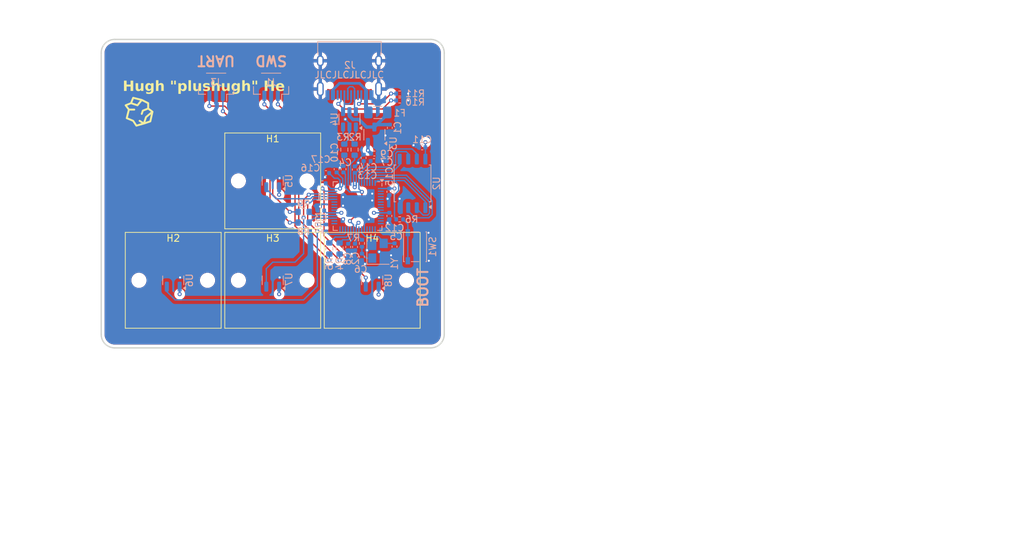
<source format=kicad_pcb>
(kicad_pcb (version 20240108) (generator "pcbnew") (generator_version "8.0")
  (layers (0 "F.Cu" signal) (1 "In1.Cu" power) (2 "In2.Cu" power) (31 "B.Cu" signal) (34 "B.Paste" user) (35 "F.Paste" user) (36 "B.SilkS" user "B.Silkscreen") (37 "F.SilkS" user "F.Silkscreen") (38 "B.Mask" user) (39 "F.Mask" user) (44 "Edge.Cuts" user))
  (net 0 "")
  (net 1 "GND")
  (net 2 "+5V")
  (net 3 "+3V3")
  (net 4 "+1V1")
  (net 5 "XTAL_IN")
  (net 6 "/XTAL_O")
  (net 7 "VBUS")
  (net 8 "Net-(J1-Pin_3)")
  (net 9 "Net-(J1-Pin_1)")
  (net 11 "D_USB_N")
  (net 12 "/CC2")
  (net 13 "D_USB_P")
  (net 14 "/CC1")
  (net 16 "Net-(J3-Pin_1)")
  (net 17 "Net-(J3-Pin_3)")
  (net 18 "~{RESET}")
  (net 19 "D_P")
  (net 20 "USBD_P")
  (net 21 "USBD_N")
  (net 22 "D_N")
  (net 23 "SWCLK")
  (net 24 "SWD")
  (net 25 "/~{USB_BOOT}")
  (net 26 "CS")
  (net 27 "XTAL_OUT")
  (net 28 "UART0_TX")
  (net 29 "UART0_RX")
  (net 31 "ADC1")
  (net 33 "SD3")
  (net 34 "ADC3")
  (net 43 "SD1")
  (net 44 "SD2")
  (net 48 "ADC2")
  (net 51 "SD0")
  (net 55 "QSPI_CLK")
  (net 57 "ADC0")
  (footprint "PCM_Switch_Keyboard_Cherry_MX:SW_Cherry_MX_PCB" (layer "F.Cu") (at 48.2595 38.754749)
    (property "Reference" "H1")
    (property "Value" "KeyMount")
  )
  (footprint "PCM_Switch_Keyboard_Cherry_MX:SW_Cherry_MX_PCB" (layer "F.Cu") (at 48.2595 53.486749)
    (property "Reference" "H3")
    (property "Value" "KeyMount")
  )
  (footprint "PCM_Switch_Keyboard_Cherry_MX:SW_Cherry_MX_PCB" (layer "F.Cu") (at 62.9915 53.486749)
    (property "Reference" "H4")
    (property "Value" "KeyMount")
  )
  (footprint "PCM_Switch_Keyboard_Cherry_MX:SW_Cherry_MX_PCB" (layer "F.Cu") (at 33.5275 53.486749)
    (property "Reference" "H2")
    (property "Value" "KeyMount")
  )
  (footprint "Capacitor_SMD:C_0402_1005Metric" (layer "B.Cu") (at 58.7405 37.012749 90)
    (property "Reference" "C4")
    (property "Value" "1uF")
  )
  (footprint "Connector_JST:JST_SH_BM03B-SRSS-TB_1x03-1MP_P1.00mm_Vertical" (layer "B.Cu") (at 39.8795 24.793249 180)
    (property "Reference" "J3")
    (property "Value" "3-pin UART")
  )
  (footprint "Capacitor_SMD:C_0402_1005Metric" (layer "B.Cu") (at 65.5985 30.888749 90)
    (property "Reference" "C1")
    (property "Value" "1uF")
  )
  (footprint "Resistor_SMD:R_0603_1608Metric" (layer "B.Cu") (at 56.642 48.768 -90)
    (property "Reference" "R5")
    (property "Value" "100")
  )
  (footprint "Resistor_SMD:R_0402_1005Metric" (layer "B.Cu") (at 67.056 26.824749)
    (property "Reference" "R10")
    (property "Value" "5k1")
  )
  (footprint "Resistor_SMD:R_0402_1005Metric" (layer "B.Cu") (at 67.054 25.808749)
    (property "Reference" "R11")
    (property "Value" "5k1")
  )
  (footprint "Capacitor_SMD:C_0402_1005Metric" (layer "B.Cu") (at 55.3995 43.151249)
    (property "Reference" "C3")
    (property "Value" "1uF")
  )
  (footprint "Package_TO_SOT_SMD:SOT-23" (layer "B.Cu") (at 62.9915 53.486749 90)
    (property "Reference" "U8")
    (property "Value" "GH39FKSW")
  )
  (footprint "Package_SO:SOIC-8_5.23x5.23mm_P1.27mm" (layer "B.Cu") (at 68.961 39.116 90)
    (property "Reference" "U2")
    (property "Value" "W25Q128JVS")
  )
  (footprint "Package_TO_SOT_SMD:SOT-23-3" (layer "B.Cu") (at 63.3125 31.904749 90)
    (property "Reference" "U3")
    (property "Value" "XC6206PxxxMR")
  )
  (footprint "Resistor_SMD:R_0603_1608Metric" (layer "B.Cu") (at 58.166 48.768 -90)
    (property "Reference" "R4")
    (property "Value" "100")
  )
  (footprint "Resistor_SMD:R_0402_1005Metric" (layer "B.Cu") (at 67.056 44.45 180)
    (property "Reference" "R6")
    (property "Value" "1k")
  )
  (footprint "Resistor_SMD:R_0603_1608Metric" (layer "B.Cu") (at 52.8315 44.929249 180)
    (property "Reference" "R8")
    (property "Value" "100")
  )
  (footprint "Capacitor_SMD:C_0402_1005Metric" (layer "B.Cu") (at 56.134 37.592 180)
    (property "Reference" "C17")
    (property "Value" "100nF")
  )
  (footprint "Capacitor_SMD:C_0402_1005Metric" (layer "B.Cu") (at 59.436 48.542 -90)
    (property "Reference" "C8")
    (property "Value" "100nF")
  )
  (footprint "Connector_JST:JST_SH_BM03B-SRSS-TB_1x03-1MP_P1.00mm_Vertical" (layer "B.Cu") (at 48.0215 24.793249 180)
    (property "Reference" "J1")
    (property "Value" "3-pin SWD")
  )
  (footprint "Resistor_SMD:R_0402_1005Metric" (layer "B.Cu") (at 61.468 48.006 90)
    (property "Reference" "R7")
    (property "Value" "1k")
  )
  (footprint "Capacitor_SMD:C_0402_1005Metric" (layer "B.Cu") (at 65.532 40.358 -90)
    (property "Reference" "C15")
    (property "Value" "100nF")
  )
  (footprint "Capacitor_SMD:C_0402_1005Metric" (layer "B.Cu") (at 57.7245 37.012749 90)
    (property "Reference" "C10")
    (property "Value" "1uF")
  )
  (footprint "Package_DFN_QFN:QFN-56-1EP_7x7mm_P0.4mm_EP3.2x3.2mm" (layer "B.Cu") (at 60.824 42.481249 180)
    (property "Reference" "U1")
    (property "Value" "RP2040")
  )
  (footprint "Resistor_SMD:R_0603_1608Metric" (layer "B.Cu") (at 60.386 34.118749 -90)
    (property "Reference" "R2")
    (property "Value" "27R")
  )
  (footprint "Resistor_SMD:R_0603_1608Metric" (layer "B.Cu") (at 52.8315 43.342249)
    (property "Reference" "R9")
    (property "Value" "100")
  )
  (footprint "Capacitor_SMD:C_0402_1005Metric" (layer "B.Cu") (at 55.626 39.116 180)
    (property "Reference" "C16")
    (property "Value" "100nF")
  )
  (footprint "Package_TO_SOT_SMD:SOT-23" (layer "B.Cu") (at 33.5275 53.486749 90)
    (property "Reference" "U6")
    (property "Value" "GH39FKSW")
  )
  (footprint "Crystal:Crystal_SMD_3225-4Pin_3.2x2.5mm" (layer "B.Cu") (at 63.842 49.106 90)
    (property "Reference" "Y1")
    (property "Value" "12MHz")
  )
  (footprint "Capacitor_SMD:C_0402_1005Metric" (layer "B.Cu") (at 63.246 35.814)
    (property "Reference" "C7")
    (property "Value" "100nF")
  )
  (footprint "Fuse:Fuse_1206_3216Metric" (layer "B.Cu") (at 63.8205 28.602749)
    (property "Reference" "F1")
    (property "Value" "500mA")
  )
  (footprint "Resistor_SMD:R_0603_1608Metric" (layer "B.Cu") (at 58.862 34.118749 -90)
    (property "Reference" "R3")
    (property "Value" "27R")
  )
  (footprint "Capacitor_SMD:C_0402_1005Metric" (layer "B.Cu") (at 63.3125 34.698749)
    (property "Reference" "C9")
    (property "Value" "10uF")
  )
  (footprint "Capacitor_SMD:C_0402_1005Metric" (layer "B.Cu") (at 61.468 50.01 90)
    (property "Reference" "C6")
    (property "Value" "22pF")
  )
  (footprint "Resistor_SMD:R_0402_1005Metric" (layer "B.Cu") (at 56.134 45.72 -90)
    (property "Reference" "R1")
    (property "Value" "1k")
  )
  (footprint "Button_Switch_SMD:SW_SPST_PTS810" (layer "B.Cu") (at 69.342 48.514 90)
    (property "Reference" "SW1")
    (property "Value" "SW_Push")
  )
  (footprint "Capacitor_SMD:C_0402_1005Metric" (layer "B.Cu") (at 66.294 48.486 90)
    (property "Reference" "C5")
    (property "Value" "22pF")
  )
  (footprint "Capacitor_SMD:C_0402_1005Metric" (layer "B.Cu") (at 60.411288 37.075371 90)
    (property "Reference" "C13")
    (property "Value" "100nF")
  )
  (footprint "Capacitor_SMD:C_0402_1005Metric" (layer "B.Cu") (at 70.386 33.782 180)
    (property "Reference" "C11")
    (property "Value" "100nF")
  )
  (footprint "Package_TO_SOT_SMD:SOT-23" (layer "B.Cu") (at 48.2595 53.486749 90)
    (property "Reference" "U7")
    (property "Value" "GH39FKSW")
  )
  (footprint "Capacitor_SMD:C_0402_1005Metric" (layer "B.Cu") (at 65.532 43.942 -90)
    (property "Reference" "C12")
    (property "Value" "100nF")
  )
  (footprint "Package_TO_SOT_SMD:SOT-23-6" (layer "B.Cu") (at 59.624 29.618749 90)
    (property "Reference" "U4")
    (property "Value" "USBLC6-2SC6")
  )
  (footprint "Capacitor_SMD:C_0402_1005Metric" (layer "B.Cu") (at 61.722 35.334 90)
    (property "Reference" "C14")
    (property "Value" "100nF")
  )
  (footprint "Capacitor_SMD:C_0402_1005Metric" (layer "B.Cu") (at 60.452 48.542 -90)
    (property "Reference" "C2")
    (property "Value" "100nF")
  )
  (footprint "Package_TO_SOT_SMD:SOT-23" (layer "B.Cu") (at 48.2595 38.754749 90)
    (property "Reference" "U5")
    (property "Value" "GH39FKSW")
  )
  (footprint "Connector_USB:USB_C_Receptacle_HRO_TYPE-C-31-M-12" (layer "B.Cu") (at 59.624 21.998749)
    (property "Reference" "J2")
    (property "Value" "USB_C_Receptacle_USB2.0")
  )
  (gr_poly (pts (xy 27.603164 26.292326) (xy 27.609653 26.292873) (xy 27.616156 26.293723) (xy 27.622663 26.294879) (xy 27.629166 26.296347) (xy 28.899166 26.613847) (xy 28.902943 26.614846) (xy 28.90669 26.615948) (xy 28.910404 26.617151) (xy 28.914083 26.618456) (xy 28.917726 26.61986) (xy 28.921329 26.621363) (xy 28.924891 26.622965) (xy 28.928411 26.624664) (xy 29.880898 27.100914) (xy 29.889764 27.105743) (xy 29.898193 27.111135) (xy 29.906167 27.117058) (xy 29.913667 27.123482) (xy 29.920674 27.130378) (xy 29.92717 27.137716) (xy 29.933135 27.145464) (xy 29.938552 27.153593) (xy 29.943401 27.162072) (xy 29.947664 27.170872) (xy 29.951323 27.179962) (xy 29.954358 27.189311) (xy 29.956751 27.198891) (xy 29.958483 27.20867) (xy 29.959537 27.218618) (xy 29.959892 27.228705) (xy 29.959892 27.951017) (xy 30.537742 28.384405) (xy 30.545878 28.390984) (xy 30.55344 28.398069) (xy 30.560416 28.405623) (xy 30.566791 28.413609) (xy 30.572552 28.42199) (xy 30.577685 28.43073) (xy 30.582177 28.43979) (xy 30.586014 28.449135) (xy 30.589182 28.458728) (xy 30.591668 28.468531) (xy 30.593458 28.478507) (xy 30.594539 28.48862) (xy 30.594897 28.498833) (xy 30.594517 28.509108) (xy 30.593388 28.519409) (xy 30.591494 28.529699) (xy 30.273995 29.958446) (xy 30.271664 29.967519) (xy 30.268769 29.976353) (xy 30.265329 29.984926) (xy 30.261364 29.993217) (xy 30.256891 30.001206) (xy 30.25193 30.00887) (xy 30.2465 30.016189) (xy 30.240621 30.02314) (xy 30.234312 30.029704) (xy 30.227591 30.035858) (xy 30.220478 30.041582) (xy 30.212991 30.046854) (xy 30.205151 30.051653) (xy 30.196976 30.055957) (xy 30.188485 30.059746) (xy 30.179697 30.062998) (xy 29.227194 30.380498) (xy 29.22572 30.380987) (xy 29.22424 30.381455) (xy 29.222755 30.381905) (xy 29.221266 30.38234) (xy 28.110016 30.69984) (xy 28.104404 30.70132) (xy 28.098773 30.702565) (xy 28.093131 30.703576) (xy 28.087482 30.704357) (xy 28.081834 30.70491) (xy 28.076191 30.705236) (xy 28.070562 30.705338) (xy 28.06495 30.705218) (xy 28.059364 30.704879) (xy 28.053809 30.704323) (xy 28.04829 30.703551) (xy 28.042815 30.702567) (xy 28.03739 30.701373) (xy 28.03202 30.69997) (xy 28.026711 30.698362) (xy 28.021471 30.69655) (xy 28.016305 30.694536) (xy 28.011219 30.692324) (xy 28.006219 30.689914) (xy 28.001312 30.68731) (xy 27.996503 30.684514) (xy 27.9918 30.681527) (xy 27.987207 30.678353) (xy 27.982732 30.674993) (xy 27.978379 30.67145) (xy 27.974157 30.667726) (xy 27.97007 30.663823) (xy 27.966125 30.659744) (xy 27.962327 30.65549) (xy 27.958684 30.651064) (xy 27.955202 30.646469) (xy 27.951885 30.641706) (xy 27.499632 29.963335) (xy 26.587061 29.583097) (xy 26.581033 29.580423) (xy 26.575183 29.577501) (xy 26.569515 29.574341) (xy 26.564034 29.57095) (xy 26.558744 29.567337) (xy 26.553648 29.563511) (xy 26.548752 29.559479) (xy 26.544059 29.555251) (xy 26.5353 29.546237) (xy 26.527405 29.536536) (xy 26.520408 29.526217) (xy 26.514343 29.515345) (xy 26.509243 29.503988) (xy 26.505142 29.492213) (xy 26.502073 29.480088) (xy 26.500072 29.467679) (xy 26.499482 29.461389) (xy 26.499171 29.455054) (xy 26.499143 29.448681) (xy 26.499403 29.44228) (xy 26.499956 29.435858) (xy 26.500804 29.429423) (xy 26.501953 29.422986) (xy 26.503406 29.416553) (xy 26.804412 28.212526) (xy 26.368964 27.63193) (xy 26.364176 27.625144) (xy 26.359815 27.618135) (xy 26.355885 27.610923) (xy 26.355272 27.609625) (xy 26.709422 27.609625) (xy 27.030951 28.03833) (xy 27.753264 28.03833) (xy 27.760616 28.038516) (xy 27.767872 28.039067) (xy 27.775022 28.039976) (xy 27.782058 28.041232) (xy 27.788971 28.042828) (xy 27.795751 28.044753) (xy 27.802389 28.046999) (xy 27.808877 28.049558) (xy 27.815206 28.052419) (xy 27.821367 28.055574) (xy 27.82735 28.059014) (xy 27.833147 28.06273) (xy 27.838748 28.066714) (xy 27.844146 28.070955) (xy 27.84933 28.075446) (xy 27.854292 28.080177) (xy 27.859023 28.085139) (xy 27.863513 28.090323) (xy 27.867755 28.09572) (xy 27.871738 28.101322) (xy 27.875454 28.107119) (xy 27.878895 28.113102) (xy 27.88205 28.119262) (xy 27.884911 28.125591) (xy 27.887469 28.132079) (xy 27.889715 28.138718) (xy 27.891641 28.145498) (xy 27.893236 28.15241) (xy 27.894492 28.159446) (xy 27.895401 28.166596) (xy 27.895953 28.173852) (xy 27.896139 28.181205) (xy 27.895953 28.188557) (xy 27.895401 28.195813) (xy 27.894492 28.202963) (xy 27.893236 28.209999) (xy 27.891641 28.216912) (xy 27.889715 28.223692) (xy 27.887469 28.23033) (xy 27.884911 28.236818) (xy 27.88205 28.243147) (xy 27.878895 28.249308) (xy 27.875454 28.255291) (xy 27.871738 28.261088) (xy 27.867755 28.266689) (xy 27.863513 28.272087) (xy 27.859023 28.277271) (xy 27.854292 28.282233) (xy 27.84933 28.286964) (xy 27.844146 28.291454) (xy 27.838748 28.295696) (xy 27.833147 28.299679) (xy 27.82735 28.303395) (xy 27.821367 28.306835) (xy 27.815206 28.309991) (xy 27.808877 28.312852) (xy 27.802389 28.31541) (xy 27.795751 28.317656) (xy 27.788971 28.319582) (xy 27.782058 28.321177) (xy 27.775022 28.322433) (xy 27.767872 28.323342) (xy 27.760616 28.323894) (xy 27.753264 28.32408) (xy 27.071067 28.32408) (xy 26.810438 29.3666) (xy 27.649467 29.716194) (xy 27.654304 29.718316) (xy 27.659048 29.720611) (xy 27.663694 29.723073) (xy 27.66824 29.7257) (xy 27.67268 29.728489) (xy 27.67701 29.731435) (xy 27.681227 29.734536) (xy 27.685326 29.737787) (xy 27.689304 29.741187) (xy 27.693155 29.744731) (xy 27.696877 29.748416) (xy 27.700465 29.752238) (xy 27.703914 29.756194) (xy 27.707221 29.760282) (xy 27.710382 29.764496) (xy 27.713392 29.768835) (xy 28.131794 30.396437) (xy 28.833849 30.19584) (xy 28.47129 29.969241) (xy 28.465154 29.965187) (xy 28.459293 29.960874) (xy 28.453711 29.956314) (xy 28.448411 29.95152) (xy 28.443395 29.946503) (xy 28.438666 29.941277) (xy 28.434227 29.935853) (xy 28.430081 29.930245) (xy 28.42623 29.924464) (xy 28.422678 29.918523) (xy 28.419428 29.912434) (xy 28.416482 29.90621) (xy 28.413843 29.899862) (xy 28.411514 29.893404) (xy 28.409498 29.886848) (xy 28.407797 29.880206) (xy 28.406416 29.87349) (xy 28.405355 29.866714) (xy 28.404619 29.859888) (xy 28.40421 29.853027) (xy 28.404131 29.846141) (xy 28.404384 29.839244) (xy 28.404974 29.832347) (xy 28.405902 29.825464) (xy 28.407171 29.818606) (xy 28.408785 29.811787) (xy 28.410746 29.805017) (xy 28.413056 29.798311) (xy 28.41572 29.791679) (xy 28.418739 29.785135) (xy 28.422117 29.778691) (xy 28.425856 29.772359) (xy 28.42991 29.766222) (xy 28.434224 29.76036) (xy 28.438784 29.754777) (xy 28.443578 29.749476) (xy 28.448595 29.744459) (xy 28.453821 29.73973) (xy 28.459244 29.73529) (xy 28.464852 29.731144) (xy 28.470633 29.727294) (xy 28.476573 29.723742) (xy 28.482662 29.720492) (xy 28.488886 29.717546) (xy 28.495232 29.714907) (xy 28.50169 29.712579) (xy 28.508246 29.710563) (xy 28.514887 29.708863) (xy 28.521602 29.707482) (xy 28.528378 29.706422) (xy 28.535203 29.705686) (xy 28.542065 29.705278) (xy 28.54895 29.705199) (xy 28.555847 29.705453) (xy 28.562744 29.706043) (xy 28.569627 29.706971) (xy 28.576485 29.708241) (xy 28.583305 29.709855) (xy 28.590074 29.711816) (xy 28.596782 29.714126) (xy 28.603414 29.71679) (xy 28.609959 29.719809) (xy 28.616404 29.723186) (xy 28.622737 29.726925) (xy 29.103855 30.027629) (xy 29.106712 30.019057) (xy 29.407918 30.019057) (xy 30.012597 29.817508) (xy 30.22167 28.876641) (xy 29.622199 29.376195) (xy 29.407918 30.019057) (xy 29.106712 30.019057) (xy 29.363976 29.247274) (xy 29.365628 29.242582) (xy 29.367439 29.23796) (xy 29.369406 29.233412) (xy 29.371527 29.228942) (xy 29.373799 29.224553) (xy 29.37622 29.220249) (xy 29.378787 29.216033) (xy 29.381498 29.211911) (xy 29.38435 29.207884) (xy 29.38734 29.203957) (xy 29.390466 29.200133) (xy 29.393725 29.196416) (xy 29.397115 29.192811) (xy 29.400634 29.189319) (xy 29.404278 29.185946) (xy 29.408045 29.182695) (xy 30.221766 28.504607) (xy 29.795522 28.184932) (xy 29.137853 28.448) (xy 29.000058 28.861385) (xy 28.997556 28.868301) (xy 28.994738 28.87501) (xy 28.991615 28.881507) (xy 28.988199 28.887784) (xy 28.984499 28.893837) (xy 28.980529 28.899661) (xy 28.976298 28.905248) (xy 28.97182 28.910595) (xy 28.967104 28.915694) (xy 28.962162 28.920541) (xy 28.957007 28.925129) (xy 28.951648 28.929453) (xy 28.946097 28.933508) (xy 28.940367 28.937287) (xy 28.934467 28.940785) (xy 28.92841 28.943996) (xy 28.922207 28.946915) (xy 28.915868 28.949536) (xy 28.909407 28.951853) (xy 28.902833 28.953861) (xy 28.896158 28.955553) (xy 28.889394 28.956925) (xy 28.882552 28.95797) (xy 28.875643 28.958683) (xy 28.868679 28.959058) (xy 28.861671 28.95909) (xy 28.85463 28.958773) (xy 28.847568 28.9581) (xy 28.840496 28.957067) (xy 28.833425 28.955668) (xy 28.826367 28.953897) (xy 28.819333 28.951749) (xy 28.812417 28.949247) (xy 28.805708 28.946429) (xy 28.799212 28.943306) (xy 28.792934 28.939889) (xy 28.786881 28.93619) (xy 28.781058 28.932219) (xy 28.77547 28.927989) (xy 28.770124 28.923511) (xy 28.765024 28.918795) (xy 28.760178 28.913853) (xy 28.755589 28.908698) (xy 28.751265 28.903339) (xy 28.747211 28.897788) (xy 28.743431 28.892058) (xy 28.739933 28.886158) (xy 28.736722 28.880101) (xy 28.733803 28.873897) (xy 28.731182 28.867559) (xy 28.728865 28.861098) (xy 28.726857 28.854524) (xy 28.725165 28.847849) (xy 28.723793 28.841085) (xy 28.722748 28.834243) (xy 28.722035 28.827334) (xy 28.72166 28.82037) (xy 28.721628 28.813362) (xy 28.721946 28.806321) (xy 28.722618 28.799259) (xy 28.723651 28.792187) (xy 28.72505 28.785116) (xy 28.726821 28.778058) (xy 28.72897 28.771024) (xy 28.88772 28.294774) (xy 28.890408 28.287393) (xy 28.893479 28.280209) (xy 28.896923 28.273235) (xy 28.900727 28.266482) (xy 28.90488 28.259964) (xy 28.909369 28.253692) (xy 28.914184 28.24768) (xy 28.919311 28.24194) (xy 28.924741 28.236484) (xy 28.93046 28.231324) (xy 28.936457 28.226474) (xy 28.942721 28.221946) (xy 28.949239 28.217752) (xy 28.956 28.213905) (xy 28.962992 28.210417) (xy 28.970203 28.2073) (xy 29.674142 27.925725) (xy 29.674142 27.317008) (xy 28.903928 26.931903) (xy 28.34108 27.63546) (xy 28.333782 27.64389) (xy 28.325938 27.651645) (xy 28.317596 27.65871) (xy 28.308799 27.665073) (xy 28.299594 27.67072) (xy 28.290026 27.675637) (xy 28.280139 27.679812) (xy 28.26998 27.68323) (xy 28.259594 27.685879) (xy 28.249026 27.687745) (xy 28.238321 27.688815) (xy 28.227524 27.689075) (xy 28.216682 27.688511) (xy 28.205839 27.687112) (xy 28.195041 27.684862) (xy 28.184333 27.681749) (xy 27.281484 27.3808) (xy 26.709422 27.609625) (xy 26.355272 27.609625) (xy 26.35239 27.603526) (xy 26.349333 27.595965) (xy 26.346718 27.588259) (xy 26.344549 27.58043) (xy 26.342829 27.572495) (xy 26.341562 27.564476) (xy 26.340752 27.556391) (xy 26.340403 27.548261) (xy 26.340518 27.540106) (xy 26.341101 27.531946) (xy 26.342156 27.523799) (xy 26.343686 27.515687) (xy 26.345696 27.507628) (xy 26.348169 27.499701) (xy 26.35108 27.491976) (xy 26.354414 27.484469) (xy 26.358159 27.477196) (xy 26.362301 27.47017) (xy 26.366827 27.463407) (xy 26.371722 27.456923) (xy 26.376973 27.450731) (xy 26.382568 27.444847) (xy 26.388492 27.439287) (xy 26.394732 27.434065) (xy 26.401275 27.429196) (xy 26.408107 27.424694) (xy 26.415214 27.420576) (xy 26.422584 27.416857) (xy 26.430202 27.41355) (xy 27.111378 27.141078) (xy 27.465945 27.141078) (xy 28.180184 27.379159) (xy 28.613857 26.837065) (xy 27.680852 26.603814) (xy 27.465945 27.141078) (xy 27.111378 27.141078) (xy 27.167098 27.118789) (xy 27.461859 26.381893) (xy 27.464477 26.375762) (xy 27.467349 26.36981) (xy 27.470467 26.364041) (xy 27.473823 26.358461) (xy 27.477408 26.353072) (xy 27.481212 26.34788) (xy 27.485228 26.342889) (xy 27.489447 26.338104) (xy 27.493861 26.333528) (xy 27.49846 26.329167) (xy 27.50818 26.321104) (xy 27.51854 26.313952) (xy 27.52947 26.307745) (xy 27.540901 26.302519) (xy 27.552765 26.298308) (xy 27.564992 26.295148) (xy 27.57122 26.293973) (xy 27.577514 26.293074) (xy 27.583863 26.292456) (xy 27.590261 26.292122) (xy 27.596697 26.292077)) (stroke (width -0.000001)) (fill solid) (layer "F.SilkS"))
  (gr_line (start 22.86 61.5) (end 22.86 19.78) (stroke (width 0.2)) (layer "Edge.Cuts"))
  (gr_arc (start 22.86 19.78) (mid 23.445786 18.365786) (end 24.86 17.78) (stroke (width 0.2)) (layer "Edge.Cuts"))
  (gr_arc (start 73.66 61.5) (mid 73.074214 62.914214) (end 71.66 63.5) (stroke (width 0.2)) (layer "Edge.Cuts"))
  (gr_arc (start 24.86 63.5) (mid 23.445786 62.914214) (end 22.86 61.5) (stroke (width 0.2)) (layer "Edge.Cuts"))
  (gr_line (start 73.66 19.78) (end 73.66 61.5) (stroke (width 0.2)) (layer "Edge.Cuts"))
  (gr_line (start 71.66 63.5) (end 24.86 63.5) (stroke (width 0.2)) (layer "Edge.Cuts"))
  (gr_line (start 24.86 17.78) (end 71.66 17.78) (stroke (width 0.2)) (layer "Edge.Cuts"))
  (gr_arc (start 71.66 17.78) (mid 73.074214 18.365786) (end 73.66 19.78) (stroke (width 0.2)) (layer "Edge.Cuts"))
  (gr_text "JLCJLCJLCJLC" (at 54.356 23.622 0) (layer "B.SilkS") (effects (font (size 1 1)) (justify left bottom)))
  (gr_text "SWD" (at 50.546 20.066 180) (layer "B.SilkS") (effects (font (size 1.5 1.5) (thickness 0.3) (bold yes)) (justify left bottom)))
  (gr_text "UART" (at 42.836858 20.066 180) (layer "B.SilkS") (effects (font (size 1.5 1.5) (thickness 0.3) (bold yes)) (justify left bottom)))
  (gr_text "BOOT" (at 71.374 57.658 90) (layer "B.SilkS") (effects (font (size 1.5 1.5) (thickness 0.3) (bold yes)) (justify left bottom)))
  (gr_text "Hugh {dblquote}plushugh{dblquote} He" (at 26.038524 25.674377 0) (layer "F.SilkS") (effects (font (size 1.5 1.5) (thickness 0.3) (bold yes)) (justify left bottom)))
  (via (at 34.5435 53.057249) (size 0.6) (drill 0.3) (layers "F.Cu" "B.Cu") (net 1))
  (via (at 64.0075 53.057249) (size 0.6) (drill 0.3) (layers "F.Cu" "B.Cu") (net 1))
  (via (at 61.920923 51.073595) (size 0.6) (drill 0.3) (layers "F.Cu" "B.Cu") (net 1))
  (via (at 58.194691 36.785328) (size 0.6) (drill 0.3) (layers "F.Cu" "B.Cu") (net 1))
  (via (at 65.786 49.784) (size 0.6) (drill 0.3) (layers "F.Cu" "B.Cu") (net 1))
  (via (at 49.2755 38.325249) (size 0.6) (drill 0.3) (layers "F.Cu" "B.Cu") (net 1))
  (via (at 55.994864 38.189989) (size 0.6) (drill 0.3) (layers "F.Cu" "B.Cu") (net 1))
  (via (at 62.484 44.45) (size 0.6) (drill 0.3) (layers "F.Cu" "B.Cu") (net 1))
  (via (at 65.278 44.958) (size 0.6) (drill 0.3) (layers "F.Cu" "B.Cu") (net 1))
  (via (at 64.518 35.814) (size 0.6) (drill 0.3) (layers "F.Cu" "B.Cu") (net 1))
  (via (at 71.331 46.439) (size 0.6) (drill 0.3) (layers "F.Cu" "B.Cu") (net 1))
  (via (at 59.007286 29.618266) (size 0.6) (drill 0.3) (layers "F.Cu" "B.Cu") (net 1))
  (via (at 62.992 41.656) (size 0.6) (drill 0.3) (layers "F.Cu" "B.Cu") (net 1))
  (via (at 68.326 26.824749) (size 0.6) (drill 0.3) (layers "F.Cu" "B.Cu") (net 1))
  (via (at 68.326 25.808749) (size 0.6) (drill 0.3) (layers "F.Cu" "B.Cu") (net 1))
  (via (at 49.2755 53.057249) (size 0.6) (drill 0.3) (layers "F.Cu" "B.Cu") (net 1))
  (via (at 64.029575 49.264072) (size 0.6) (drill 0.3) (layers "F.Cu" "B.Cu") (net 1))
  (via (at 67.056 41.402) (size 0.6) (drill 0.3) (layers "F.Cu" "B.Cu") (net 1))
  (via (at 65.278 41.402) (size 0.6) (drill 0.3) (layers "F.Cu" "B.Cu") (net 1))
  (via (at 62.992 40.64) (size 0.6) (drill 0.3) (layers "F.Cu" "B.Cu") (net 1))
  (via (at 69.115675 33.45766) (size 0.6) (drill 0.3) (layers "F.Cu" "B.Cu") (net 1))
  (via (at 60.92195 36.067054) (size 0.6) (drill 0.3) (layers "F.Cu" "B.Cu") (net 1))
  (via (at 55.260487 42.553117) (size 0.6) (drill 0.3) (layers "F.Cu" "B.Cu") (net 1))
  (via (at 62.23 49.022) (size 0.6) (drill 0.3) (layers "F.Cu" "B.Cu") (net 1))
  (via (at 58.674 44.45) (size 0.6) (drill 0.3) (layers "F.Cu" "B.Cu") (net 1))
  (via (at 58.674 41.148) (size 0.6) (drill 0.3) (layers "F.Cu" "B.Cu") (net 1))
  (via (at 59.944 49.558) (size 0.6) (drill 0.3) (layers "F.Cu" "B.Cu") (net 1))
  (via (at 58.674 42.418) (size 0.6) (drill 0.3) (layers "F.Cu" "B.Cu") (net 1))
  (via (at 64.9495 32.017749) (size 0.6) (drill 0.3) (layers "F.Cu" "B.Cu") (net 1))
  (via (at 71.374 50.589) (size 0.6) (drill 0.3) (layers "F.Cu" "B.Cu") (net 1))
  (segment (start 54.9195 42.894104) (end 54.9195 43.151249) (width 0.2) (layer "B.Cu") (net 1))
  (segment (start 33.5275 52.549249) (end 34.0355 52.549249) (width 0.2) (layer "B.Cu") (net 1))
  (segment (start 61.824 45.11) (end 62.484 44.45) (width 0.2) (layer "B.Cu") (net 1))
  (segment (start 64.692 50.206) (end 64.692 49.926497) (width 0.2) (layer "B.Cu") (net 1))
  (segment (start 67.056 42.716) (end 67.056 41.402) (width 0.2) (layer "B.Cu") (net 1))
  (segment (start 69.440015 33.782) (end 69.115675 33.45766) (width 0.2) (layer "B.Cu") (net 1))
  (segment (start 67.564 25.808749) (end 68.326 25.808749) (width 0.2) (layer "B.Cu") (net 1))
  (segment (start 64.2625 34.228749) (end 64.2625 33.042249) (width 0.5) (layer "B.Cu") (net 1))
  (segment (start 63.7925 34.698749) (end 64.2625 34.228749) (width 0.5) (layer "B.Cu") (net 1))
  (segment (start 55.654 37.592) (end 55.654 37.849125) (width 0.2) (layer "B.Cu") (net 1))
  (segment (start 60.92195 36.067054) (end 60.92195 35.65405) (width 0.2) (layer "B.Cu") (net 1))
  (segment (start 59.944 49.558) (end 60.452 49.05) (width 0.2) (layer "B.Cu") (net 1))
  (segment (start 62.992 48.006) (end 62.992 48.26) (width 0.2) (layer "B.Cu") (net 1))
  (segment (start 59.436 49.05) (end 59.436 49.022) (width 0.2) (layer "B.Cu") (net 1))
  (segment (start 64.2625 32.704749) (end 64.9495 32.017749) (width 0.5) (layer "B.Cu") (net 1))
  (segment (start 60.452 49.05) (end 60.452 49.022) (width 0.2) (layer "B.Cu") (net 1))
  (segment (start 67.566 26.824749) (end 68.326 26.824749) (width 0.2) (layer "B.Cu") (net 1))
  (segment (start 60.92195 35.65405) (end 61.722 34.854) (width 0.2) (layer "B.Cu") (net 1))
  (segment (start 65.532 41.148) (end 65.278 41.402) (width 0.2) (layer "B.Cu") (net 1))
  (segment (start 59.007286 29.618266) (end 59.624 30.23498) (width 0.2) (layer "B.Cu") (net 1))
  (segment (start 57.942112 36.532749) (end 57.7245 36.532749) (width 0.2) (layer "B.Cu") (net 1))
  (segment (start 61.468 50.620672) (end 61.920923 51.073595) (width 0.2) (layer "B.Cu") (net 1))
  (segment (start 71.331 46.439) (end 70.417 46.439) (width 0.2) (layer "B.Cu") (net 1))
  (segment (start 66.294 49.276) (end 65.786 49.784) (width 0.2) (layer "B.Cu") (net 1))
  (segment (start 65.532 40.838) (end 65.532 41.148) (width 0.2) (layer "B.Cu") (net 1))
  (segment (start 58.194691 36.785328) (end 58.44727 36.532749) (width 0.2) (layer "B.Cu") (net 1))
  (segment (start 60.452 36.537004) (end 60.92195 36.067054) (width 0.2) (layer "B.Cu") (net 1))
  (segment (start 66.294 48.966) (end 66.294 49.276) (width 0.2) (layer "B.Cu") (net 1))
  (segment (start 64.2625 33.042249) (end 64.2625 32.704749) (width 0.5) (layer "B.Cu") (net 1))
  (segment (start 64.692 49.926497) (end 64.029575 49.264072) (width 0.2) (layer "B.Cu") (net 1))
  (segment (start 63.726 35.814) (end 64.518 35.814) (width 0.2) (layer "B.Cu") (net 1))
  (segment (start 71.374 50.589) (end 70.417 50.589) (width 0.2) (layer "B.Cu") (net 1))
  (segment (start 49.2755 53.057249) (end 48.7675 52.549249) (width 0.2) (layer "B.Cu") (net 1))
  (segment (start 48.7675 52.549249) (end 48.2595 52.549249) (width 0.2) (layer "B.Cu") (net 1))
  (segment (start 59.624 30.23498) (end 59.624 30.756249) (width 0.2) (layer "B.Cu") (net 1))
  (segment (start 64.9495 32.017749) (end 65.5985 31.368749) (width 0.5) (layer "B.Cu") (net 1))
  (segment (start 61.824 45.918749) (end 61.824 45.11) (width 0.2) (layer "B.Cu") (net 1))
  (segment (start 55.260487 42.553117) (end 54.9195 42.894104) (width 0.2) (layer "B.Cu") (net 1))
  (segment (start 61.468 50.49) (end 61.468 50.620672) (width 0.2) (layer "B.Cu") (net 1))
  (segment (start 62.992 48.26) (end 62.23 49.022) (width 0.2) (layer "B.Cu") (net 1))
  (segment (start 48.7675 37.817249) (end 49.2755 38.325249) (width 0.2) (layer "B.Cu") (net 1))
  (segment (start 55.654 37.849125) (end 55.994864 38.189989) (width 0.2) (layer "B.Cu") (net 1))
  (segment (start 55.146 39.116) (end 55.146 39.038853) (width 0.2) (layer "B.Cu") (net 1))
  (segment (start 58.194691 36.785328) (end 57.942112 36.532749) (width 0.2) (layer "B.Cu") (net 1))
  (segment (start 34.0355 52.549249) (end 34.5435 53.057249) (width 0.2) (layer "B.Cu") (net 1))
  (segment (start 65.532 44.422) (end 65.532 44.704) (width 0.2) (layer "B.Cu") (net 1))
  (segment (start 69.906 33.782) (end 69.440015 33.782) (width 0.2) (layer "B.Cu") (net 1))
  (segment (start 63.4995 52.549249) (end 64.0075 53.057249) (width 0.2) (layer "B.Cu") (net 1))
  (segment (start 65.786 49.784) (end 65.364 50.206) (width 0.2) (layer "B.Cu") (net 1))
  (segment (start 60.452 36.604) (end 60.452 36.537004) (width 0.2) (layer "B.Cu") (net 1))
  (segment (start 58.44727 36.532749) (end 58.7405 36.532749) (width 0.2) (layer "B.Cu") (net 1))
  (segment (start 65.364 50.206) (end 64.692 50.206) (width 0.2) (layer "B.Cu") (net 1))
  (segment (start 55.146 39.038853) (end 55.994864 38.189989) (width 0.2) (layer "B.Cu") (net 1))
  (segment (start 48.2595 37.817249) (end 48.7675 37.817249) (width 0.2) (layer "B.Cu") (net 1))
  (segment (start 62.9915 52.549249) (end 63.4995 52.549249) (width 0.2) (layer "B.Cu") (net 1))
  (segment (start 59.944 49.558) (end 59.436 49.05) (width 0.2) (layer "B.Cu") (net 1))
  (segment (start 65.532 44.704) (end 65.278 44.958) (width 0.2) (layer "B.Cu") (net 1))
  (segment (start 63.671 30.408749) (end 63.3125 30.767249) (width 0.5) (layer "B.Cu") (net 2))
  (segment (start 63.3125 30.767249) (end 62.150184 30.767249) (width 0.5) (layer "B.Cu") (net 2))
  (segment (start 61.026684 29.643749) (end 60.124001 29.643749) (width 0.5) (layer "B.Cu") (net 2))
  (segment (start 65.2205 28.859249) (end 63.3125 30.767249) (width 0.5) (layer "B.Cu") (net 2))
  (segment (start 62.150184 30.767249) (end 61.026684 29.643749) (width 0.5) (layer "B.Cu") (net 2))
  (segment (start 65.2205 28.602749) (end 65.2205 28.859249) (width 0.6) (layer "B.Cu") (net 2))
  (segment (start 60.124001 29.643749) (end 59.624 29.143748) (width 0.5) (layer "B.Cu") (net 2))
  (segment (start 59.624 29.143748) (end 59.624 28.481249) (width 0.5) (layer "B.Cu") (net 2))
  (segment (start 65.5985 30.408749) (end 63.671 30.408749) (width 0.5) (layer "B.Cu") (net 2))
  (via (at 63.246 43.482007) (size 0.6) (drill 0.3) (layers "F.Cu" "B.Cu") (net 3))
  (via (at 49.2095 55.531249) (size 0.6) (drill 0.3) (layers "F.Cu" "B.Cu") (net 3))
  (via (at 34.4775 55.531249) (size 0.6) (drill 0.3) (layers "F.Cu" "B.Cu") (net 3))
  (via (at 60.96 44.958) (size 0.6) (drill 0.3) (layers "F.Cu" "B.Cu") (net 3))
  (via (at 62.3625 34.228749) (size 0.6) (drill 0.3) (layers "F.Cu" "B.Cu") (net 3))
  (via (at 55.1175 45.183249) (size 0.6) (drill 0.3) (layers "F.Cu" "B.Cu") (net 3))
  (via (at 58.2325 39.881249) (size 0.6) (drill 0.3) (layers "F.Cu" "B.Cu") (net 3))
  (via (at 70.866 33.02) (size 0.6) (drill 0.3) (layers "F.Cu" "B.Cu") (net 3))
  (via (at 66.294 39.878) (size 0.6) (drill 0.3) (layers "F.Cu" "B.Cu") (net 3))
  (via (at 60.401728 39.681349) (size 0.6) (drill 0.3) (layers "F.Cu" "B.Cu") (net 3))
  (via (at 63.9415 55.597249) (size 0.6) (drill 0.3) (layers "F.Cu" "B.Cu") (net 3))
  (via (at 58.422 43.481249) (size 0.6) (drill 0.3) (layers "F.Cu" "B.Cu") (net 3))
  (via (at 49.2095 40.799249) (size 0.6) (drill 0.3) (layers "F.Cu" "B.Cu") (net 3))
  (segment (start 60.96 44.958) (end 60.624 45.294) (width 0.2) (layer "B.Cu") (net 3))
  (segment (start 58.624 39.043749) (end 58.624 38.392249) (width 0.2) (layer "B.Cu") (net 3))
  (segment (start 60.624 39.043749) (end 60.624 37.515775) (width 0.2) (layer "B.Cu") (net 3))
  (segment (start 64.2615 39.881249) (end 65.528751 39.881249) (width 0.2) (layer "B.Cu") (net 3))
  (segment (start 60.401728 39.681349) (end 60.224 39.503621) (width 0.2) (layer "B.Cu") (net 3))
  (segment (start 60.624 47.89) (end 60.452 48.062) (width 0.2) (layer "B.Cu") (net 3))
  (segment (start 65.528751 39.881249) (end 65.532 39.878) (width 0.2) (layer "B.Cu") (net 3))
  (segment (start 57.376 38.354) (end 56.614 37.592) (width 0.2) (layer "B.Cu") (net 3))
  (segment (start 34.4775 55.531249) (end 34.4775 54.424249) (width 0.2) (layer "B.Cu") (net 3))
  (segment (start 56.871249 39.881249) (end 56.106 39.116) (width 0.2) (layer "B.Cu") (net 3))
  (segment (start 58.2325 39.881249) (end 58.224 39.872749) (width 0.2) (layer "B.Cu") (net 3))
  (segment (start 63.246 43.482007) (end 63.246758 43.481249) (width 0.2) (layer "B.Cu") (net 3))
  (segment (start 62.3625 33.042249) (end 62.3625 34.228749) (width 0.5) (layer "B.Cu") (net 3))
  (segment (start 49.2095 55.531249) (end 49.2095 54.424249) (width 0.2) (layer "B.Cu") (net 3))
  (segment (start 55.1175 45.183249) (end 55.144251 45.21) (width 0.2) (layer "B.Cu") (net 3))
  (segment (start 64.2615 43.481249) (end 65.512751 43.481249) (width 0.2) (layer "B.Cu") (net 3))
  (segment (start 56.2095 43.481249) (end 55.8795 43.151249) (width 0.2) (layer "B.Cu") (net 3))
  (segment (start 58.224 39.872749) (end 58.224 39.043749) (width 0.2) (layer "B.Cu") (net 3))
  (segment (start 60.224 39.043749) (end 60.224 37.742659) (width 0.2) (layer "B.Cu") (net 3))
  (segment (start 63.9415 55.597249) (end 63.9415 54.424249) (width 0.2) (layer "B.Cu") (net 3))
  (segment (start 60.624 45.294) (end 60.624 45.918749) (width 0.2) (layer "B.Cu") (net 3))
  (segment (start 63.246758 43.481249) (end 64.2615 43.481249) (width 0.2) (layer "B.Cu") (net 3))
  (segment (start 55.144251 45.21) (end 56.134 45.21) (width 0.2) (layer "B.Cu") (net 3))
  (segment (start 60.624 39.459077) (end 60.624 39.043749) (width 0.2) (layer "B.Cu") (net 3))
  (segment (start 58.422 43.481249) (end 57.3865 43.481249) (width 0.2) (layer "B.Cu") (net 3))
  (segment (start 60.224 39.503621) (end 60.224 39.043749) (width 0.2) (layer "B.Cu") (net 3))
  (segment (start 58.224 39.043749) (end 58.224 38.666) (width 0.2) (layer "B.Cu") (net 3))
  (segment (start 60.624 45.918749) (end 60.624 47.89) (width 0.2) (layer "B.Cu") (net 3))
  (segment (start 58.2325 39.881249) (end 58.624 39.489749) (width 0.2) (layer "B.Cu") (net 3))
  (segment (start 70.866 35.516) (end 70.866 33.782) (width 0.2) (layer "B.Cu") (net 3))
  (segment (start 60.401728 39.681349) (end 60.624 39.459077) (width 0.2) (layer "B.Cu") (net 3))
  (segment (start 58.224 38.666) (end 57.912 38.354) (width 0.2) (layer "B.Cu") (net 3))
  (segment (start 65.512751 43.481249) (end 65.532 43.462) (width 0.2) (layer "B.Cu") (net 3))
  (segment (start 62.3625 34.228749) (end 62.8325 34.698749) (width 0.5) (layer "B.Cu") (net 3))
  (segment (start 60.224 37.742659) (end 60.411288 37.555371) (width 0.2) (layer "B.Cu") (net 3))
  (segment (start 57.3865 43.481249) (end 56.2095 43.481249) (width 0.2) (layer "B.Cu") (net 3))
  (segment (start 57.3865 39.881249) (end 56.871249 39.881249) (width 0.2) (layer "B.Cu") (net 3))
  (segment (start 65.532 39.878) (end 66.294 39.878) (width 0.2) (layer "B.Cu") (net 3))
  (segment (start 58.624 38.392249) (end 57.7245 37.492749) (width 0.2) (layer "B.Cu") (net 3))
  (segment (start 49.2095 40.799249) (end 49.2095 39.692249) (width 0.2) (layer "B.Cu") (net 3))
  (segment (start 58.624 39.489749) (end 58.624 39.043749) (width 0.2) (layer "B.Cu") (net 3))
  (segment (start 61.722 36.417775) (end 61.722 35.814) (width 0.2) (layer "B.Cu") (net 3))
  (segment (start 57.912 38.354) (end 57.376 38.354) (width 0.2) (layer "B.Cu") (net 3))
  (segment (start 70.866 33.782) (end 70.866 33.02) (width 0.2) (layer "B.Cu") (net 3))
  (segment (start 60.624 37.515775) (end 61.722 36.417775) (width 0.2) (layer "B.Cu") (net 3))
  (segment (start 58.2325 39.881249) (end 57.3865 39.881249) (width 0.2) (layer "B.Cu") (net 3))
  (segment (start 59.69 44.704) (end 61.468 42.926) (width 0.2) (layer "F.Cu") (net 4))
  (segment (start 61.468 42.926) (end 61.468 40.381247) (width 0.2) (layer "F.Cu") (net 4))
  (via (at 59.69 44.704) (size 0.6) (drill 0.3) (layers "F.Cu" "B.Cu") (net 4))
  (via (at 61.468 40.381247) (size 0.6) (drill 0.3) (layers "F.Cu" "B.Cu") (net 4))
  (segment (start 59.024 39.043749) (end 59.024 39.789188) (width 0.2) (layer "B.Cu") (net 4))
  (segment (start 59.024 37.776249) (end 58.7405 37.492749) (width 0.2) (layer "B.Cu") (net 4))
  (segment (start 61.024002 37.681459) (end 62.766 35.939461) (width 0.2) (layer "B.Cu") (net 4))
  (segment (start 60.224 45.918749) (end 60.224 47.274) (width 0.2) (layer "B.Cu") (net 4))
  (segment (start 61.024 39.937247) (end 61.024 39.043749) (width 0.2) (layer "B.Cu") (net 4))
  (segment (start 59.69 44.704) (end 60.224 45.238) (width 0.2) (layer "B.Cu") (net 4))
  (segment (start 61.468 40.381247) (end 61.024 39.937247) (width 0.2) (layer "B.Cu") (net 4))
  (segment (start 61.024 39.043749) (end 61.024002 37.681459) (width 0.2) (layer "B.Cu") (net 4))
  (segment (start 59.616059 40.381247) (end 61.468 40.381247) (width 0.2) (layer "B.Cu") (net 4))
  (segment (start 59.024 39.043749) (end 59.024 37.776249) (width 0.2) (layer "B.Cu") (net 4))
  (segment (start 60.224 45.238) (end 60.224 45.918749) (width 0.2) (layer "B.Cu") (net 4))
  (segment (start 59.024 39.789188) (end 59.616059 40.381247) (width 0.2) (layer "B.Cu") (net 4))
  (segment (start 60.224 47.274) (end 59.436 48.062) (width 0.2) (layer "B.Cu") (net 4))
  (segment (start 62.766 35.939461) (end 62.766 35.814) (width 0.2) (layer "B.Cu") (net 4))
  (segment (start 64.692 47.806) (end 64.692 48.006) (width 0.2) (layer "B.Cu") (net 5))
  (segment (start 61.424 45.918749) (end 61.424 46.452609) (width 0.2) (layer "B.Cu") (net 5))
  (segment (start 61.424 46.452609) (end 61.961391 46.99) (width 0.2) (layer "B.Cu") (net 5))
  (segment (start 63.876 46.99) (end 64.692 47.806) (width 0.2) (layer "B.Cu") (net 5))
  (segment (start 64.692 48.006) (end 66.294 48.006) (width 0.2) (layer "B.Cu") (net 5))
  (segment (start 61.961391 46.99) (end 63.876 46.99) (width 0.2) (layer "B.Cu") (net 5))
  (segment (start 61.468 49.53) (end 61.468 48.516) (width 0.2) (layer "B.Cu") (net 6))
  (segment (start 62.992 50.206) (end 62.144 50.206) (width 0.2) (layer "B.Cu") (net 6))
  (segment (start 62.144 50.206) (end 61.468 49.53) (width 0.2) (layer "B.Cu") (net 6))
  (segment (start 62.074 26.043749) (end 62.074 28.256249) (width 0.6) (layer "B.Cu") (net 7))
  (segment (start 57.174 25.254765) (end 58.136016 24.292749) (width 0.4) (layer "B.Cu") (net 7))
  (segment (start 61.111984 24.292749) (end 62.074 25.254765) (width 0.4) (layer "B.Cu") (net 7))
  (segment (start 62.074 28.256249) (end 62.4205 28.602749) (width 0.6) (layer "B.Cu") (net 7))
  (segment (start 58.136016 24.292749) (end 61.111984 24.292749) (width 0.4) (layer "B.Cu") (net 7))
  (segment (start 62.074 25.254765) (end 62.074 26.043749) (width 0.4) (layer "B.Cu") (net 7))
  (segment (start 57.174 26.043749) (end 57.174 25.254765) (width 0.4) (layer "B.Cu") (net 7))
  (segment (start 56.6415 50.517249) (end 51.5615 45.437249) (width 0.2) (layer "F.Cu") (net 8))
  (segment (start 51.5615 45.437249) (end 51.5615 31.943249) (width 0.2) (layer "F.Cu") (net 8))
  (segment (start 51.5615 31.943249) (end 47.0215 27.403249) (width 0.2) (layer "F.Cu") (net 8))
  (via (at 56.6415 50.517249) (size 0.6) (drill 0.3) (layers "F.Cu" "B.Cu") (net 8))
  (via (at 47.0215 27.403249) (size 0.6) (drill 0.3) (layers "F.Cu" "B.Cu") (net 8))
  (segment (start 56.642 49.593) (end 56.642 50.516749) (width 0.2) (layer "B.Cu") (net 8))
  (segment (start 47.0215 27.403249) (end 47.0215 26.118249) (width 0.2) (layer "B.Cu") (net 8))
  (segment (start 56.642 50.516749) (end 56.6415 50.517249) (width 0.2) (layer "B.Cu") (net 8))
  (segment (start 52.1145 44.466249) (end 52.1145 30.496249) (width 0.2) (layer "F.Cu") (net 9))
  (segment (start 58.1655 50.517249) (end 52.1145 44.466249) (width 0.2) (layer "F.Cu") (net 9))
  (segment (start 52.1145 30.496249) (end 49.0215 27.403249) (width 0.2) (layer "F.Cu") (net 9))
  (via (at 49.0215 27.403249) (size 0.6) (drill 0.3) (layers "F.Cu" "B.Cu") (net 9))
  (via (at 58.1655 50.517249) (size 0.6) (drill 0.3) (layers "F.Cu" "B.Cu") (net 9))
  (segment (start 49.0215 27.403249) (end 49.0215 26.118249) (width 0.2) (layer "B.Cu") (net 9))
  (segment (start 58.166 50.516749) (end 58.1655 50.517249) (width 0.2) (layer "B.Cu") (net 9))
  (segment (start 58.166 49.593) (end 58.166 50.516749) (width 0.2) (layer "B.Cu") (net 9))
  (segment (start 59.874 26.043749) (end 59.874 27.018749) (width 0.2) (layer "B.Cu") (net 11))
  (segment (start 58.874 26.043749) (end 58.874 27.332749) (width 0.2) (layer "B.Cu") (net 11))
  (segment (start 59.874 27.018749) (end 59.56 27.332749) (width 0.2) (layer "B.Cu") (net 11))
  (segment (start 59.56 27.332749) (end 58.874 27.332749) (width 0.2) (layer "B.Cu") (net 11))
  (segment (start 58.874 27.332749) (end 58.874 28.281249) (width 0.2) (layer "B.Cu") (net 11))
  (segment (start 58.874 28.281249) (end 58.674 28.481249) (width 0.2) (layer "B.Cu") (net 11))
  (segment (start 61.0265 27.332749) (end 64.262 27.332749) (width 0.2) (layer "F.Cu") (net 12))
  (segment (start 64.262 27.332749) (end 65.786 25.808749) (width 0.2) (layer "F.Cu") (net 12))
  (via (at 61.0265 27.332749) (size 0.6) (drill 0.3) (layers "F.Cu" "B.Cu") (net 12))
  (via (at 65.786 25.808749) (size 0.6) (drill 0.3) (layers "F.Cu" "B.Cu") (net 12))
  (segment (start 61.0265 27.332749) (end 61.374 26.985249) (width 0.2) (layer "B.Cu") (net 12))
  (segment (start 61.374 26.985249) (end 61.374 26.043749) (width 0.2) (layer "B.Cu") (net 12))
  (segment (start 66.544 25.808749) (end 65.786 25.808749) (width 0.2) (layer "B.Cu") (net 12))
  (segment (start 59.374 25.068749) (end 59.374 26.043749) (width 0.2) (layer "B.Cu") (net 13))
  (segment (start 60.374 26.043749) (end 60.374 25.068749) (width 0.2) (layer "B.Cu") (net 13))
  (segment (start 60.374 26.043749) (end 60.374 28.281249) (width 0.2) (layer "B.Cu") (net 13))
  (segment (start 59.65 24.792749) (end 59.374 25.068749) (width 0.2) (layer "B.Cu") (net 13))
  (segment (start 60.374 28.281249) (end 60.574 28.481249) (width 0.2) (layer "B.Cu") (net 13))
  (segment (start 60.374 25.068749) (end 60.098 24.792749) (width 0.2) (layer "B.Cu") (net 13))
  (segment (start 60.098 24.792749) (end 59.65 24.792749) (width 0.2) (layer "B.Cu") (net 13))
  (segment (start 57.9785 27.332749) (end 58.7405 28.094749) (width 0.2) (layer "F.Cu") (net 14))
  (segment (start 58.7405 28.094749) (end 64.516 28.094749) (width 0.2) (layer "F.Cu") (net 14))
  (segment (start 64.516 28.094749) (end 65.786 26.824749) (width 0.2) (layer "F.Cu") (net 14))
  (via (at 65.786 26.824749) (size 0.6) (drill 0.3) (layers "F.Cu" "B.Cu") (net 14))
  (via (at 57.9785 27.332749) (size 0.6) (drill 0.3) (layers "F.Cu" "B.Cu") (net 14))
  (segment (start 58.374 26.937249) (end 57.9785 27.332749) (width 0.2) (layer "B.Cu") (net 14))
  (segment (start 66.546 26.824749) (end 65.786 26.824749) (width 0.2) (layer "B.Cu") (net 14))
  (segment (start 58.374 26.043749) (end 58.374 26.937249) (width 0.2) (layer "B.Cu") (net 14))
  (segment (start 47.8595 41.989249) (end 47.8595 35.385249) (width 0.2) (layer "F.Cu") (net 16))
  (segment (start 40.8935 28.419249) (end 40.8795 28.419249) (width 0.2) (layer "F.Cu") (net 16))
  (segment (start 47.8595 35.385249) (end 40.8935 28.419249) (width 0.2) (layer "F.Cu") (net 16))
  (segment (start 50.7995 44.929249) (end 47.8595 41.989249) (width 0.2) (layer "F.Cu") (net 16))
  (via (at 40.8795 28.419249) (size 0.6) (drill 0.3) (layers "F.Cu" "B.Cu") (net 16))
  (via (at 50.7995 44.929249) (size 0.6) (drill 0.3) (layers "F.Cu" "B.Cu") (net 16))
  (segment (start 40.8795 28.419249) (end 40.8795 26.118249) (width 0.2) (layer "B.Cu") (net 16))
  (segment (start 52.0065 44.929249) (end 50.7995 44.929249) (width 0.2) (layer "B.Cu") (net 16))
  (segment (start 50.7995 43.342249) (end 48.2595 40.802249) (width 0.2) (layer "F.Cu") (net 17))
  (segment (start 48.2595 34.769249) (end 41.1475 27.657249) (width 0.2) (layer "F.Cu") (net 17))
  (segment (start 48.2595 40.802249) (end 48.2595 34.769249) (width 0.2) (layer "F.Cu") (net 17))
  (segment (start 41.1475 27.657249) (end 38.8795 27.657249) (width 0.2) (layer "F.Cu") (net 17))
  (via (at 38.8795 27.657249) (size 0.6) (drill 0.3) (layers "F.Cu" "B.Cu") (net 17))
  (via (at 50.7995 43.342249) (size 0.6) (drill 0.3) (layers "F.Cu" "B.Cu") (net 17))
  (segment (start 50.7995 43.342249) (end 52.0065 43.342249) (width 0.2) (layer "B.Cu") (net 17))
  (segment (start 38.8795 27.657249) (end 38.8795 26.118249) (width 0.2) (layer "B.Cu") (net 17))
  (segment (start 58.82036 46.656249) (end 56.560249 46.656249) (width 0.2) (layer "B.Cu") (net 18))
  (segment (start 59.024 46.452609) (end 59.024 45.918749) (width 0.2) (layer "B.Cu") (net 18))
  (segment (start 58.82036 46.656249) (end 59.024 46.452609) (width 0.2) (layer "B.Cu") (net 18))
  (segment (start 56.560249 46.656249) (end 56.134 46.23) (width 0.2) (layer "B.Cu") (net 18))
  (segment (start 59.799 32.525) (end 60.574 31.75) (width 0.2) (layer "B.Cu") (net 19))
  (segment (start 59.799 32.631749) (end 59.799 32.525) (width 0.2) (layer "B.Cu") (net 19))
  (segment (start 60.386 33.293749) (end 60.386 33.218749) (width 0.2) (layer "B.Cu") (net 19))
  (segment (start 60.386 33.218749) (end 59.799 32.631749) (width 0.2) (layer "B.Cu") (net 19))
  (segment (start 60.574 31.75) (end 60.574 30.756249) (width 0.2) (layer "B.Cu") (net 19))
  (segment (start 59.799 36.24325) (end 60.386 35.65625) (width 0.2) (layer "B.Cu") (net 20))
  (segment (start 60.386 35.65625) (end 60.386 34.943749) (width 0.2) (layer "B.Cu") (net 20))
  (segment (start 59.824 38.387498) (end 59.799 38.362498) (width 0.2) (layer "B.Cu") (net 20))
  (segment (start 59.799 38.362498) (end 59.799 36.24325) (width 0.2) (layer "B.Cu") (net 20))
  (segment (start 59.824 39.043749) (end 59.824 38.387498) (width 0.2) (layer "B.Cu") (net 20))
  (segment (start 59.449 36.24325) (end 58.862 35.65625) (width 0.2) (layer "B.Cu") (net 21))
  (segment (start 59.449 38.362498) (end 59.449 36.24325) (width 0.2) (layer "B.Cu") (net 21))
  (segment (start 58.862 35.65625) (end 58.862 34.943749) (width 0.2) (layer "B.Cu") (net 21))
  (segment (start 59.424 39.043749) (end 59.424 38.387498) (width 0.2) (layer "B.Cu") (net 21))
  (segment (start 59.424 38.387498) (end 59.449 38.362498) (width 0.2) (layer "B.Cu") (net 21))
  (segment (start 58.674 31.75) (end 58.674 30.756249) (width 0.2) (layer "B.Cu") (net 22))
  (segment (start 59.449 32.631749) (end 59.449 32.525) (width 0.2) (layer "B.Cu") (net 22))
  (segment (start 58.862 33.218749) (end 59.449 32.631749) (width 0.2) (layer "B.Cu") (net 22))
  (segment (start 59.449 32.525) (end 58.674 31.75) (width 0.2) (layer "B.Cu") (net 22))
  (segment (start 58.862 33.293749) (end 58.862 33.218749) (width 0.2) (layer "B.Cu") (net 22))
  (segment (start 58.627 47.482) (end 58.166 47.943) (width 0.2) (layer "B.Cu") (net 23))
  (segment (start 59.824 47.108314) (end 59.450314 47.482) (width 0.2) (layer "B.Cu") (net 23))
  (segment (start 59.450314 47.482) (end 58.627 47.482) (width 0.2) (layer "B.Cu") (net 23))
  (segment (start 59.824 45.918749) (end 59.824 47.108314) (width 0.2) (layer "B.Cu") (net 23))
  (segment (start 59.424 45.918749) (end 59.424 46.84) (width 0.2) (layer "B.Cu") (net 24))
  (segment (start 57.503 47.082) (end 56.642 47.943) (width 0.2) (layer "B.Cu") (net 24))
  (segment (start 59.424 46.84) (end 59.182 47.082) (width 0.2) (layer "B.Cu") (net 24))
  (segment (start 59.182 47.082) (end 57.503 47.082) (width 0.2) (layer "B.Cu") (net 24))
  (segment (start 67.566 44.45) (end 68.267 45.151) (width 0.2) (layer "B.Cu") (net 25))
  (segment (start 68.267 46.439) (end 68.267 50.589) (width 0.2) (layer "B.Cu") (net 25))
  (segment (start 68.267 45.151) (end 68.267 46.439) (width 0.2) (layer "B.Cu") (net 25))
  (segment (start 66.894 39.306249) (end 66.294 38.706249) (width 0.2) (layer "B.Cu") (net 26))
  (segment (start 66.294 40.802) (end 66.894 40.202) (width 0.2) (layer "B.Cu") (net 26))
  (segment (start 63.424 39.043749) (end 63.7615 38.706249) (width 0.2) (layer "B.Cu") (net 26))
  (segment (start 63.7615 38.706249) (end 66.294 38.706249) (width 0.2) (layer "B.Cu") (net 26))
  (segment (start 66.546 44.45) (end 66.294 44.198) (width 0.2) (layer "B.Cu") (net 26))
  (segment (start 66.294 44.198) (end 66.294 40.802) (width 0.2) (layer "B.Cu") (net 26))
  (segment (start 66.894 40.202) (end 66.894 39.306249) (width 0.2) (layer "B.Cu") (net 26))
  (segment (start 70.866 41.841134) (end 70.866 42.716) (width 0.2) (layer "B.Cu") (net 26))
  (segment (start 67.731115 38.706249) (end 70.866 41.841134) (width 0.2) (layer "B.Cu") (net 26))
  (segment (start 66.294 38.706249) (end 67.731115 38.706249) (width 0.2) (layer "B.Cu") (net 26))
  (segment (start 61.024 47.052) (end 61.024 45.918749) (width 0.2) (layer "B.Cu") (net 27))
  (segment (start 61.468 47.496) (end 61.024 47.052) (width 0.2) (layer "B.Cu") (net 27))
  (segment (start 57.3865 44.281249) (end 54.3045 44.281249) (width 0.2) (layer "B.Cu") (net 28))
  (segment (start 54.3045 44.281249) (end 53.6565 44.929249) (width 0.2) (layer "B.Cu") (net 28))
  (segment (start 54.1955 43.881249) (end 53.6565 43.342249) (width 0.2) (layer "B.Cu") (net 29))
  (segment (start 57.3865 43.881249) (end 54.1955 43.881249) (width 0.2) (layer "B.Cu") (net 29))
  (segment (start 57.3865 41.081249) (end 54.168751 41.081249) (width 0.2) (layer "B.Cu") (net 31))
  (segment (start 47.3095 39.9435) (end 47.3095 39.692249) (width 0.2) (layer "B.Cu") (net 31))
  (segment (start 54.168751 41.081249) (end 53.850751 41.399249) (width 0.2) (layer "B.Cu") (net 31))
  (segment (start 48.765249 41.399249) (end 47.3095 39.9435) (width 0.2) (layer "B.Cu") (net 31))
  (segment (start 53.850751 41.399249) (end 48.765249 41.399249) (width 0.2) (layer "B.Cu") (net 31))
  (segment (start 66.056 36.248314) (end 66.056 34.509762) (width 0.2) (layer "B.Cu") (net 33))
  (segment (start 65.598065 36.706249) (end 66.056 36.248314) (width 0.2) (layer "B.Cu") (net 33))
  (segment (start 61.424 39.043749) (end 61.424002 37.847145) (width 0.2) (layer "B.Cu") (net 33))
  (segment (start 61.424002 37.847145) (end 62.564897 36.706249) (width 0.2) (layer "B.Cu") (net 33))
  (segment (start 69.596 34.716001) (end 69.596 35.516) (width 0.2) (layer "B.Cu") (net 33))
  (segment (start 66.056 34.509762) (end 66.549763 34.016) (width 0.2) (layer "B.Cu") (net 33))
  (segment (start 62.564897 36.706249) (end 65.598065 36.706249) (width 0.2) (layer "B.Cu") (net 33))
  (segment (start 66.549763 34.016) (end 68.895999 34.016) (width 0.2) (layer "B.Cu") (net 33))
  (segment (start 68.895999 34.016) (end 69.596 34.716001) (width 0.2) (layer "B.Cu") (net 33))
  (segment (start 55.860487 40.112487) (end 55.860487 46.904987) (width 0.2) (layer "F.Cu") (net 34))
  (segment (start 55.626 39.878) (end 55.860487 40.112487) (width 0.2) (layer "F.Cu") (net 34))
  (segment (start 55.860487 46.904987) (end 62.0415 53.086) (width 0.2) (layer "F.Cu") (net 34))
  (via (at 55.626 39.878) (size 0.6) (drill 0.3) (layers "F.Cu" "B.Cu") (net 34))
  (via (at 62.0415 53.086) (size 0.6) (drill 0.3) (layers "F.Cu" "B.Cu") (net 34))
  (segment (start 56.029249 40.281249) (end 57.3865 40.281249) (width 0.2) (layer "B.Cu") (net 34))
  (segment (start 55.626 39.878) (end 56.029249 40.281249) (width 0.2) (layer "B.Cu") (net 34))
  (segment (start 62.0415 53.086) (end 62.0415 54.424249) (width 0.2) (layer "B.Cu") (net 34))
  (segment (start 71.206552 43.816) (end 70.525448 43.816) (width 0.2) (layer "B.Cu") (net 43))
  (segment (start 70.525448 43.816) (end 69.596 42.886552) (width 0.2) (layer "B.Cu") (net 43))
  (segment (start 63.22764 38.306249) (end 67.896801 38.306249) (width 0.2) (layer "B.Cu") (net 43))
  (segment (start 67.896801 38.306249) (end 71.466 41.875448) (width 0.2) (layer "B.Cu") (net 43))
  (segment (start 63.024 38.509889) (end 63.22764 38.306249) (width 0.2) (layer "B.Cu") (net 43))
  (segment (start 71.466 43.556552) (end 71.206552 43.816) (width 0.2) (layer "B.Cu") (net 43))
  (segment (start 71.466 41.875448) (end 71.466 43.556552) (width 0.2) (layer "B.Cu") (net 43))
  (segment (start 69.596 42.886552) (end 69.596 42.716) (width 0.2) (layer "B.Cu") (net 43))
  (segment (start 63.024 39.043749) (end 63.024 38.509889) (width 0.2) (layer "B.Cu") (net 43))
  (segment (start 62.624 38.344203) (end 63.061955 37.906249) (width 0.2) (layer "B.Cu") (net 44))
  (segment (start 63.061955 37.906249) (end 68.062486 37.906249) (width 0.2) (layer "B.Cu") (net 44))
  (segment (start 69.362 44.216) (end 68.326 43.18) (width 0.2) (layer "B.Cu") (net 44))
  (segment (start 71.866 41.709763) (end 71.866 43.722238) (width 0.2) (layer "B.Cu") (net 44))
  (segment (start 71.866 43.722238) (end 71.372237 44.216) (width 0.2) (layer "B.Cu") (net 44))
  (segment (start 68.326 43.18) (end 68.326 42.716) (width 0.2) (layer "B.Cu") (net 44))
  (segment (start 62.624 39.043749) (end 62.624 38.344203) (width 0.2) (layer "B.Cu") (net 44))
  (segment (start 71.372237 44.216) (end 69.362 44.216) (width 0.2) (layer "B.Cu") (net 44))
  (segment (start 68.062486 37.906249) (end 71.866 41.709763) (width 0.2) (layer "B.Cu") (net 44))
  (segment (start 53.594 40.799249) (end 52.832 41.561249) (width 0.2) (layer "F.Cu") (net 48))
  (segment (start 52.832 41.561249) (end 52.832 44.196) (width 0.2) (layer "F.Cu") (net 48))
  (via (at 53.594 40.799249) (size 0.6) (drill 0.3) (layers "F.Cu" "B.Cu") (net 48))
  (via (at 52.832 44.196) (size 0.6) (drill 0.3) (layers "F.Cu" "B.Cu") (net 48))
  (segment (start 48.26 50.8) (end 47.3095 51.7505) (width 0.2) (layer "B.Cu") (net 48))
  (segment (start 52.832 49.53) (end 51.562 50.8) (width 0.2) (layer "B.Cu") (net 48))
  (segment (start 51.562 50.8) (end 48.26 50.8) (width 0.2) (layer "B.Cu") (net 48))
  (segment (start 53.594 40.799249) (end 53.712 40.681249) (width 0.2) (layer "B.Cu") (net 48))
  (segment (start 53.712 40.681249) (end 57.3865 40.681249) (width 0.2) (layer "B.Cu") (net 48))
  (segment (start 47.3095 51.7505) (end 47.3095 54.424249) (width 0.2) (layer "B.Cu") (net 48))
  (segment (start 52.832 44.196) (end 52.832 49.53) (width 0.2) (layer "B.Cu") (net 48))
  (segment (start 62.89627 37.506249) (end 65.929437 37.506249) (width 0.2) (layer "B.Cu") (net 51))
  (segment (start 65.929437 37.506249) (end 67.056 36.379686) (width 0.2) (layer "B.Cu") (net 51))
  (segment (start 62.224001 38.178517) (end 62.89627 37.506249) (width 0.2) (layer "B.Cu") (net 51))
  (segment (start 67.056 36.379686) (end 67.056 35.516) (width 0.2) (layer "B.Cu") (net 51))
  (segment (start 62.224 39.043749) (end 62.224001 38.178517) (width 0.2) (layer "B.Cu") (net 51))
  (segment (start 61.824001 38.012831) (end 62.730585 37.106249) (width 0.2) (layer "B.Cu") (net 55))
  (segment (start 61.824 39.043749) (end 61.824001 38.012831) (width 0.2) (layer "B.Cu") (net 55))
  (segment (start 68.025999 34.416) (end 68.326 34.716001) (width 0.2) (layer "B.Cu") (net 55))
  (segment (start 65.763751 37.106249) (end 66.456 36.414) (width 0.2) (layer "B.Cu") (net 55))
  (segment (start 68.326 34.716001) (end 68.326 35.516) (width 0.2) (layer "B.Cu") (net 55))
  (segment (start 66.456 34.675448) (end 66.715448 34.416) (width 0.2) (layer "B.Cu") (net 55))
  (segment (start 62.730585 37.106249) (end 65.763751 37.106249) (width 0.2) (layer "B.Cu") (net 55))
  (segment (start 66.715448 34.416) (end 68.025999 34.416) (width 0.2) (layer "B.Cu") (net 55))
  (segment (start 66.456 36.414) (end 66.456 34.675448) (width 0.2) (layer "B.Cu") (net 55))
  (segment (start 54.864 46.228) (end 53.432 44.796) (width 0.2) (layer "F.Cu") (net 57))
  (segment (start 53.432 44.796) (end 53.432 41.999249) (width 0.2) (layer "F.Cu") (net 57))
  (via (at 53.432 41.999249) (size 0.6) (drill 0.3) (layers "F.Cu" "B.Cu") (net 57))
  (via (at 54.864 46.228) (size 0.6) (drill 0.3) (layers "F.Cu" "B.Cu") (net 57))
  (segment (start 32.5775 55.161748) (end 32.5775 54.424249) (width 0.2) (layer "B.Cu") (net 57))
  (segment (start 54.864 46.228) (end 54.864 54.356) (width 0.2) (layer "B.Cu") (net 57))
  (segment (start 54.864 54.356) (end 52.832 56.388) (width 0.2) (layer "B.Cu") (net 57))
  (segment (start 33.803752 56.388) (end 32.5775 55.161748) (width 0.2) (layer "B.Cu") (net 57))
  (segment (start 53.816437 41.999249) (end 54.334437 41.481249) (width 0.2) (layer "B.Cu") (net 57))
  (segment (start 52.832 56.388) (end 33.803752 56.388) (width 0.2) (layer "B.Cu") (net 57))
  (segment (start 53.432 41.999249) (end 53.816437 41.999249) (width 0.2) (layer "B.Cu") (net 57))
  (segment (start 54.334437 41.481249) (end 57.3865 41.481249) (width 0.2) (layer "B.Cu") (net 57))
  (zone (net 1) (net_name "GND") (layers "F.Cu" "In2.Cu" "B.Cu") (priority 2) (connect_pads thru_hole_only (clearance 0.5)) (min_thickness 0.25) (fill yes (thermal_gap 0.5) (thermal_bridge_width 0.5))
    (polygon (pts (xy 11.43 12.192) (xy 124.714 12.192) (xy 137.922 25.4) (xy 137.922 93.726) (xy 11.43 93.726) (xy 7.874 90.17) (xy 7.874 15.748)))
  )
  (zone (net 0) (net_name "") (layer "B.Cu") (connect_pads (clearance 0)) (min_thickness 0.25)
    (keepout (tracks allowed) (vias allowed) (pads allowed) (copperpour not_allowed) (footprints allowed))
    (fill (thermal_gap 0.5) (thermal_bridge_width 0.5))
    (polygon (pts (xy 58.4865 25.046749) (xy 58.4865 28.656249) (xy 58.974 29.143749) (xy 60.274 29.143749) (xy 60.7725 28.645249) (xy 60.7725 25.046749) (xy 60.2645 24.538749) (xy 58.9945 24.538749)))
  )
)
</source>
